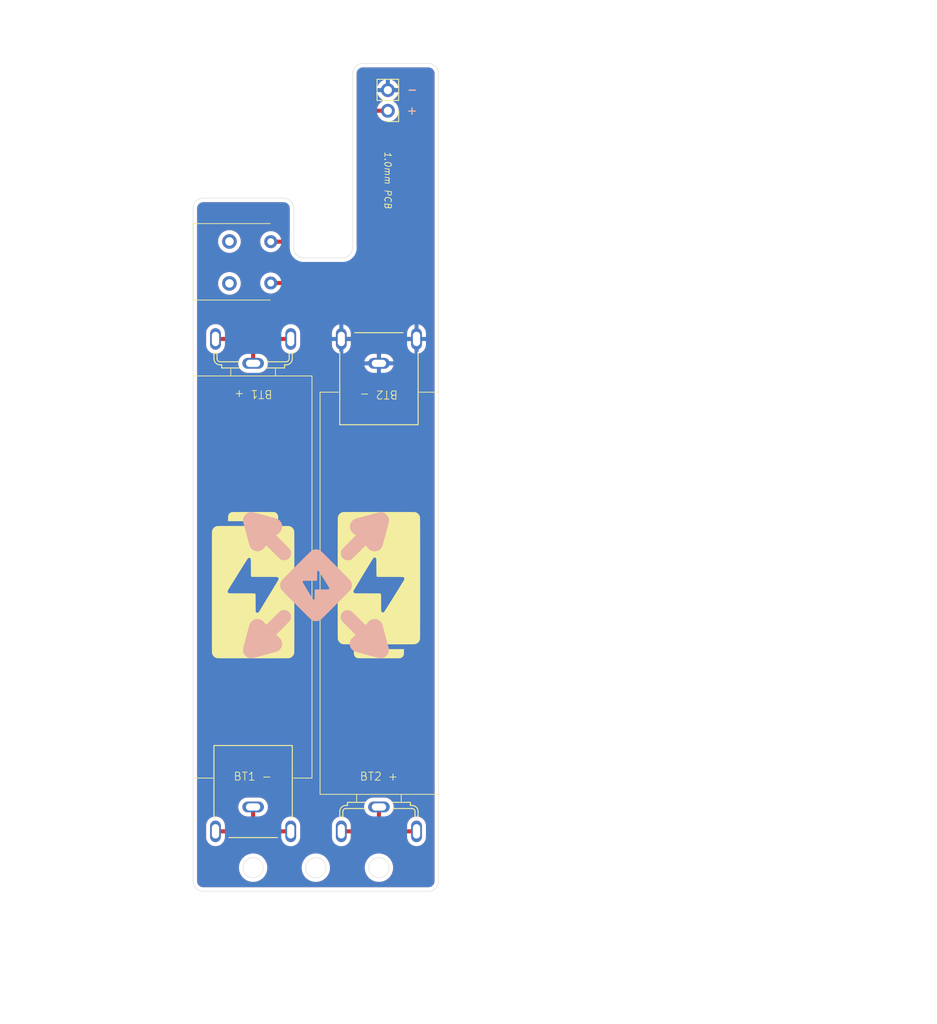
<source format=kicad_pcb>
(kicad_pcb (version 20240108) (generator "pcbnew") (generator_version "8.0")
  (layers (0 "F.Cu" signal) (31 "B.Cu" signal) (34 "B.Paste" user) (35 "F.Paste" user) (36 "B.SilkS" user "B.Silkscreen") (37 "F.SilkS" user "F.Silkscreen") (38 "B.Mask" user) (39 "F.Mask" user) (44 "Edge.Cuts" user))
  (net 0 "")
  (net 1 "Net-(BT1-PadP1)")
  (net 2 "PwrN")
  (net 3 "Net-(BT3-PadP1)")
  (net 4 "PwrP")
  (footprint "BatteryTerminals:BAT_595_NoBatt" (layer "F.Cu") (at 157.875 136.2275 180)
    (property "Reference" "BT3" (hide yes))
    (property "Value" "595")
    (pad "P1" thru_hole oval (at -4.635 -3 180) (size 1.3275 2.655) (drill oval 0.885 1.77) (layers "*.Cu" "*.Mask") (net 3 "Net-(BT3-PadP1)"))
    (pad "P1" thru_hole oval (at 0 0 180) (size 2.655 1.3275) (drill oval 1.77 0.885) (layers "*.Cu" "*.Mask") (net 3 "Net-(BT3-PadP1)"))
    (pad "P1" thru_hole oval (at 4.635 -3 180) (size 1.3275 2.655) (drill oval 0.885 1.77) (layers "*.Cu" "*.Mask") (net 3 "Net-(BT3-PadP1)"))
  )
  (footprint "BatteryTerminals:BAT_595" (layer "F.Cu") (at 142.375 81.6225)
    (property "Reference" "BT1" (hide yes))
    (property "Value" "595" (hide yes))
    (pad "P1" thru_hole oval (at -4.635 -3) (size 1.3275 2.655) (drill oval 0.885 1.77) (layers "*.Cu" "*.Mask") (net 1 "Net-(BT1-PadP1)"))
    (pad "P1" thru_hole oval (at 0 0) (size 2.655 1.3275) (drill oval 1.77 0.885) (layers "*.Cu" "*.Mask") (net 1 "Net-(BT1-PadP1)"))
    (pad "P1" thru_hole oval (at 4.635 -3) (size 1.3275 2.655) (drill oval 0.885 1.77) (layers "*.Cu" "*.Mask") (net 1 "Net-(BT1-PadP1)"))
  )
  (footprint "BatteryTerminals:AS11AH" (layer "F.Cu") (at 138.25 69.185 -90)
    (property "Reference" "SW1" (hide yes))
    (property "Value" "AS11AH" (hide yes))
    (pad "1" thru_hole circle (at -2.535 -6.3 270) (size 1.6 1.6) (drill 0.85) (layers "*.Cu" "*.Mask") (net 4 "PwrP"))
    (pad "2" thru_hole circle (at 2.55 -6.3 270) (size 1.6 1.6) (drill 0.85) (layers "*.Cu" "*.Mask") (net 1 "Net-(BT1-PadP1)"))
    (pad "3" thru_hole circle (at 2.6 -1.21 270) (size 1.8 1.8) (drill 1.05) (layers "*.Cu" "*.Mask"))
    (pad "4" thru_hole circle (at -2.56 -1.21 270) (size 1.8 1.8) (drill 1.05) (layers "*.Cu" "*.Mask"))
  )
  (footprint "BatteryTerminals:PinHeader_1x02_P2.54mm_Vertical-Inverted" (layer "F.Cu") (at 158.975 50.535 180)
    (property "Reference" "J1" (hide yes))
    (property "Value" "Conn_01x02_Pin" (hide yes))
    (pad "1" thru_hole circle (at 0 0 180) (size 1.7 1.7) (drill 1) (layers "*.Cu" "*.Mask") (net 4 "PwrP"))
    (pad "2" thru_hole oval (at 0 2.54 180) (size 1.7 1.7) (drill 1) (layers "*.Cu" "*.Mask") (net 2 "PwrN"))
  )
  (footprint "BatteryTerminals:BAT_628" (layer "F.Cu") (at 157.875 81.6225)
    (property "Reference" "BT2" (hide yes))
    (property "Value" "628" (hide yes))
    (pad "N1" thru_hole oval (at -4.635 -3) (size 1.3275 2.655) (drill oval 0.885 1.77) (layers "*.Cu" "*.Mask") (net 2 "PwrN"))
    (pad "N1" thru_hole oval (at 0 0) (size 2.655 1.3275) (drill oval 1.77 0.885) (layers "*.Cu" "*.Mask") (net 2 "PwrN"))
    (pad "N1" thru_hole oval (at 4.635 -3) (size 1.3275 2.655) (drill oval 0.885 1.77) (layers "*.Cu" "*.Mask") (net 2 "PwrN"))
  )
  (footprint "BatteryTerminals:BAT_628" (layer "F.Cu") (at 142.375 136.2275 180)
    (property "Reference" "BT4" (hide yes))
    (property "Value" "628" (hide yes))
    (pad "N1" thru_hole oval (at -4.635 -3 180) (size 1.3275 2.655) (drill oval 0.885 1.77) (layers "*.Cu" "*.Mask") (net 3 "Net-(BT3-PadP1)"))
    (pad "N1" thru_hole oval (at 0 0 180) (size 2.655 1.3275) (drill oval 1.77 0.885) (layers "*.Cu" "*.Mask") (net 3 "Net-(BT3-PadP1)"))
    (pad "N1" thru_hole oval (at 4.635 -3 180) (size 1.3275 2.655) (drill oval 0.885 1.77) (layers "*.Cu" "*.Mask") (net 3 "Net-(BT3-PadP1)"))
  )
  (footprint "LOGO" (layer "F.Cu") (at 142.375 108.944727)
    (property "Reference" "G***" (hide yes))
    (property "Value" "LOGO" (hide yes))
  )
  (footprint "LOGO" (layer "F.Cu") (at 157.875 108.905274 180)
    (property "Reference" "G***" (hide yes))
    (property "Value" "LOGO" (hide yes))
  )
  (footprint "LOGO" (layer "B.Cu") (at 150.124889 108.941312 180)
    (property "Reference" "G***" (hide yes))
    (property "Value" "LOGO" (hide yes))
  )
  (gr_line (start 165.125 134.675) (end 150.625 134.675) (stroke (width 0.1)) (layer "F.SilkS"))
  (gr_line (start 149.625 132.675) (end 147.35 132.675) (stroke (width 0.1)) (layer "F.SilkS"))
  (gr_line (start 135.125 83.175) (end 149.625 83.175) (stroke (width 0.1)) (layer "F.SilkS"))
  (gr_line (start 155.125 135.525) (end 155.125 134.675) (stroke (width 0.1)) (layer "F.SilkS"))
  (gr_line (start 160.625 134.675) (end 160.625 135.525) (stroke (width 0.1)) (layer "F.SilkS"))
  (gr_line (start 139.625 83.175) (end 139.625 82.325) (stroke (width 0.1)) (layer "F.SilkS"))
  (gr_line (start 135.125 132.675) (end 137.4 132.675) (stroke (width 0.1)) (layer "F.SilkS"))
  (gr_line (start 145.125 82.325) (end 145.125 83.175) (stroke (width 0.1)) (layer "F.SilkS"))
  (gr_line (start 150.625 134.675) (end 150.625 85.175) (stroke (width 0.1)) (layer "F.SilkS"))
  (gr_line (start 150.625 85.175) (end 152.9 85.175) (stroke (width 0.1)) (layer "F.SilkS"))
  (gr_line (start 149.625 83.175) (end 149.625 132.675) (stroke (width 0.1)) (layer "F.SilkS"))
  (gr_line (start 165.125 85.175) (end 162.85 85.175) (stroke (width 0.1)) (layer "F.SilkS"))
  (gr_line (start 163.975 146.605) (end 136.225 146.605) (stroke (width 0.05)) (layer "Edge.Cuts"))
  (gr_circle (center 150.1 143.705) (end 151.35 143.705) (stroke (width 0.05)) (fill none) (layer "Edge.Cuts"))
  (gr_arc (start 146.135 61.295) (mid 147.018883 61.661117) (end 147.385 62.545) (stroke (width 0.05)) (layer "Edge.Cuts"))
  (gr_arc (start 148.635 68.645) (mid 147.751117 68.278883) (end 147.385 67.395) (stroke (width 0.05)) (layer "Edge.Cuts"))
  (gr_line (start 153.385 68.645) (end 148.635 68.645) (stroke (width 0.05)) (layer "Edge.Cuts"))
  (gr_line (start 147.385 67.395) (end 147.385 62.545) (stroke (width 0.05)) (layer "Edge.Cuts"))
  (gr_arc (start 154.635 67.395) (mid 154.268883 68.278883) (end 153.385 68.645) (stroke (width 0.05)) (layer "Edge.Cuts"))
  (gr_arc (start 154.635 45.955) (mid 155.001117 45.071117) (end 155.885 44.705) (stroke (width 0.05)) (layer "Edge.Cuts"))
  (gr_line (start 155.885 44.705) (end 163.975 44.705) (stroke (width 0.05)) (layer "Edge.Cuts"))
  (gr_arc (start 136.225 146.605) (mid 135.341117 146.238883) (end 134.975 145.355) (stroke (width 0.05)) (layer "Edge.Cuts"))
  (gr_line (start 165.225 45.955) (end 165.225 145.355) (stroke (width 0.05)) (layer "Edge.Cuts"))
  (gr_line (start 134.975 145.355) (end 134.975 62.545) (stroke (width 0.05)) (layer "Edge.Cuts"))
  (gr_circle (center 142.375 143.705) (end 143.625 143.705) (stroke (width 0.05)) (fill none) (layer "Edge.Cuts"))
  (gr_line (start 154.635 45.955) (end 154.635 67.395) (stroke (width 0.05)) (layer "Edge.Cuts"))
  (gr_arc (start 134.975 62.545) (mid 135.341117 61.661117) (end 136.225 61.295) (stroke (width 0.05)) (layer "Edge.Cuts"))
  (gr_line (start 136.225 61.295) (end 146.135 61.295) (stroke (width 0.05)) (layer "Edge.Cuts"))
  (gr_arc (start 165.225 145.355) (mid 164.858883 146.238883) (end 163.975 146.605) (stroke (width 0.05)) (layer "Edge.Cuts"))
  (gr_circle (center 157.875 143.705) (end 159.125 143.705) (stroke (width 0.05)) (fill none) (layer "Edge.Cuts"))
  (gr_arc (start 163.975 44.705) (mid 164.858883 45.071117) (end 165.225 45.955) (stroke (width 0.05)) (layer "Edge.Cuts"))
  (gr_text "+   " (at 158.95 50.5 0) (layer "B.SilkS") (effects (font (size 1 1)) (justify right mirror)))
  (gr_text "-   " (at 158.975 47.925 0) (layer "B.SilkS") (effects (font (size 1 1)) (justify right mirror)))
  (gr_text "BT1 +\n\n\n" (at 142.4 81.625 180) (layer "F.SilkS") (effects (font (size 1 1) (thickness 0.1)) (justify bottom)))
  (gr_text "1.0mm PCB" (at 158.975 59.086477 -90) (layer "F.SilkS") (effects (font (size 0.8 0.8) (thickness 0.1) (italic yes))))
  (gr_text "+   " (at 158.95 50.65 180) (layer "F.SilkS") (effects (font (size 1 1)) (justify right)))
  (gr_text "BT2 -\n\n\n" (at 157.85 81.675 180) (layer "F.SilkS") (effects (font (size 1 1) (thickness 0.1)) (justify bottom)))
  (gr_text "-   " (at 158.975 48.075 180) (layer "F.SilkS") (effects (font (size 1 1)) (justify right)))
  (gr_text "BT2 +\n\n\n" (at 157.875 136.275 0) (layer "F.SilkS") (effects (font (size 1 1) (thickness 0.1)) (justify bottom)))
  (gr_text "BT1 -\n\n\n" (at 142.325 136.275 0) (layer "F.SilkS") (effects (font (size 1 1) (thickness 0.1)) (justify bottom)))
  (segment (start 147.01 78.6225) (end 144.0725 78.6225) (width 0.5) (layer "F.Cu") (net 1))
  (segment (start 145.275 76.275) (end 143.025 76.275) (width 0.5) (layer "F.Cu") (net 1))
  (segment (start 145.25 71.735) (end 146.685 71.735) (width 0.5) (layer "F.Cu") (net 1))
  (segment (start 140.6775 78.6225) (end 142.375 76.925) (width 0.5) (layer "F.Cu") (net 1))
  (segment (start 147.05 72.1) (end 147.05 74.5) (width 0.5) (layer "F.Cu") (net 1))
  (segment (start 144.0725 78.6225) (end 142.375 76.925) (width 0.5) (layer "F.Cu") (net 1))
  (segment (start 142.375 76.925) (end 142.375 81.6225) (width 0.5) (layer "F.Cu") (net 1))
  (segment (start 147.05 74.5) (end 145.275 76.275) (width 0.5) (layer "F.Cu") (net 1))
  (segment (start 143.025 76.275) (end 142.375 76.925) (width 0.5) (layer "F.Cu") (net 1))
  (segment (start 146.685 71.735) (end 147.05 72.1) (width 0.5) (layer "F.Cu") (net 1))
  (segment (start 137.74 78.6225) (end 140.6775 78.6225) (width 0.5) (layer "F.Cu") (net 1))
  (segment (start 161.5 48.6) (end 160.895 47.995) (width 0.5) (layer "F.Cu") (net 2))
  (segment (start 162.51 78.6225) (end 159.5975 78.6225) (width 0.5) (layer "F.Cu") (net 2))
  (segment (start 160.895 47.995) (end 158.975 47.995) (width 0.5) (layer "F.Cu") (net 2))
  (segment (start 158.5 76.275) (end 159.9 76.275) (width 0.5) (layer "F.Cu") (net 2))
  (segment (start 153.24 78.6225) (end 156.1525 78.6225) (width 0.5) (layer "F.Cu") (net 2))
  (segment (start 161.5 48.6) (end 161.5 74.675) (width 0.5) (layer "F.Cu") (net 2))
  (segment (start 159.9 76.275) (end 161.5 74.675) (width 0.5) (layer "F.Cu") (net 2))
  (segment (start 156.1525 78.6225) (end 157.875 76.9) (width 0.5) (layer "F.Cu") (net 2))
  (segment (start 157.875 76.9) (end 158.5 76.275) (width 0.5) (layer "F.Cu") (net 2))
  (segment (start 159.5975 78.6225) (end 157.875 76.9) (width 0.5) (layer "F.Cu") (net 2))
  (segment (start 157.875 81.6225) (end 157.875 76.9) (width 0.5) (layer "F.Cu") (net 2))
  (segment (start 162.51 139.2275) (end 159.4975 139.2275) (width 0.5) (layer "F.Cu") (net 3))
  (segment (start 147.01 139.2275) (end 144.0475 139.2275) (width 0.5) (layer "F.Cu") (net 3))
  (segment (start 153.24 139.2275) (end 156.2525 139.2275) (width 0.5) (layer "F.Cu") (net 3))
  (segment (start 142.375 136.2275) (end 142.375 140.9) (width 0.5) (layer "F.Cu") (net 3))
  (segment (start 144.0475 139.2275) (end 142.375 140.9) (width 0.5) (layer "F.Cu") (net 3))
  (segment (start 157.875 140.85) (end 157.25 141.475) (width 0.5) (layer "F.Cu") (net 3))
  (segment (start 140.7025 139.2275) (end 142.375 140.9) (width 0.5) (layer "F.Cu") (net 3))
  (segment (start 159.4975 139.2275) (end 157.875 140.85) (width 0.5) (layer "F.Cu") (net 3))
  (segment (start 156.2525 139.2275) (end 157.875 140.85) (width 0.5) (layer "F.Cu") (net 3))
  (segment (start 157.25 141.475) (end 142.95 141.475) (width 0.5) (layer "F.Cu") (net 3))
  (segment (start 142.95 141.475) (end 142.375 140.9) (width 0.5) (layer "F.Cu") (net 3))
  (segment (start 137.74 139.2275) (end 140.7025 139.2275) (width 0.5) (layer "F.Cu") (net 3))
  (segment (start 157.875 136.2275) (end 157.875 140.85) (width 0.5) (layer "F.Cu") (net 3))
  (segment (start 157.065 50.535) (end 156.475 51.125) (width 0.5) (layer "F.Cu") (net 4))
  (segment (start 146.624026 67.129026) (end 146.145 66.65) (width 0.5) (layer "F.Cu") (net 4))
  (segment (start 146.633815 68.336769) (end 146.633815 67.578357) (width 0.5) (layer "F.Cu") (net 4))
  (segment (start 154.227954 69.395) (end 147.692046 69.395) (width 0.5) (layer "F.Cu") (net 4))
  (segment (start 158.975 50.535) (end 157.065 50.535) (width 0.5) (layer "F.Cu") (net 4))
  (segment (start 146.145 66.65) (end 145.25 66.65) (width 0.5) (layer "F.Cu") (net 4))
  (segment (start 156.475 67.147954) (end 154.227954 69.395) (width 0.5) (layer "F.Cu") (net 4))
  (segment (start 147.692046 69.395) (end 146.633815 68.336769) (width 0.5) (layer "F.Cu") (net 4))
  (segment (start 156.475 51.125) (end 156.475 67.147954) (width 0.5) (layer "F.Cu") (net 4))
  (segment (start 146.633815 67.578357) (end 146.624026 67.129026) (width 0.5) (layer "F.Cu") (net 4))
  (zone (net 0) (net_name "") (layer "F.Cu") (connect_pads (clearance 0.5)) (min_thickness 0.25) (fill yes (thermal_gap 0.5) (thermal_bridge_width 0.5) (island_removal_mode 1) (island_area_min 10))
    (polygon (pts (xy 134.09 44.38) (xy 165.87 44.2) (xy 166.07 147.19) (xy 134.37 147.19)))
  )
  (zone (net 2) (net_name "PwrN") (layer "B.Cu") (priority 1) (connect_pads (clearance 0.5)) (min_thickness 0.25) (fill yes (thermal_gap 0.5) (thermal_bridge_width 0.5))
    (polygon (pts (xy 133.22 43.64) (xy 166.55 43.75) (xy 167.01 148.02) (xy 133.45 147.79)))
  )
)
</source>
